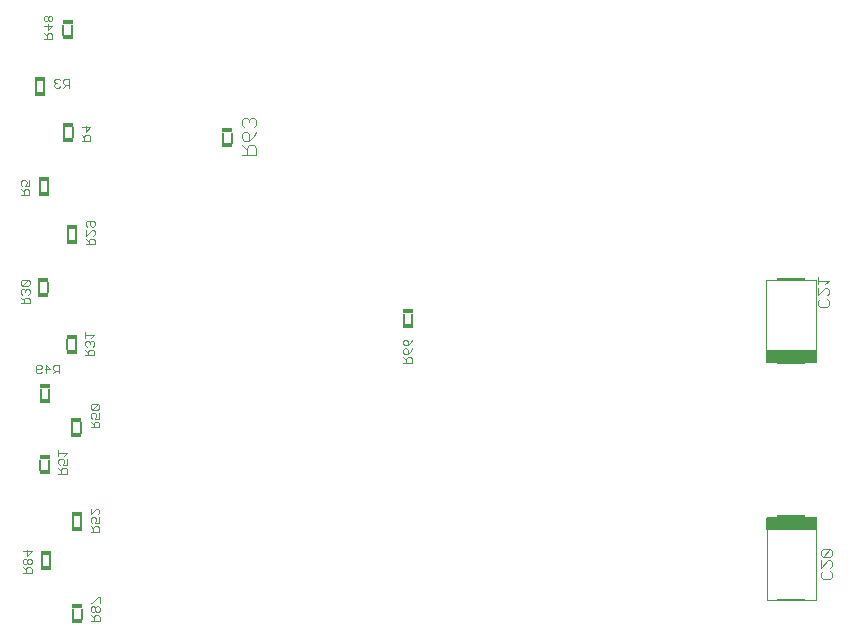
<source format=gbo>
G75*
%MOIN*%
%OFA0B0*%
%FSLAX25Y25*%
%IPPOS*%
%LPD*%
%AMOC8*
5,1,8,0,0,1.08239X$1,22.5*
%
%ADD10C,0.00600*%
%ADD11R,0.03400X0.01600*%
%ADD12C,0.00300*%
%ADD13C,0.00400*%
%ADD14R,0.09449X0.00787*%
%ADD15R,0.16535X0.04331*%
D10*
X0267798Y0132099D02*
X0267798Y0135501D01*
X0270602Y0135501D02*
X0270602Y0132099D01*
X0278198Y0145099D02*
X0278198Y0148501D01*
X0281002Y0148501D02*
X0281002Y0145099D01*
X0270152Y0163849D02*
X0270152Y0167251D01*
X0267348Y0167251D02*
X0267348Y0163849D01*
X0277948Y0176299D02*
X0277948Y0179701D01*
X0280752Y0179701D02*
X0280752Y0176299D01*
X0270252Y0187599D02*
X0270252Y0191001D01*
X0267448Y0191001D02*
X0267448Y0187599D01*
X0276348Y0204099D02*
X0276348Y0207501D01*
X0279152Y0207501D02*
X0279152Y0204099D01*
X0269752Y0223099D02*
X0269752Y0226501D01*
X0266948Y0226501D02*
X0266948Y0223099D01*
X0276548Y0240699D02*
X0276548Y0244101D01*
X0279352Y0244101D02*
X0279352Y0240699D01*
X0269852Y0256799D02*
X0269852Y0260201D01*
X0267048Y0260201D02*
X0267048Y0256799D01*
X0275298Y0274699D02*
X0275298Y0278101D01*
X0278102Y0278101D02*
X0278102Y0274699D01*
X0268702Y0290149D02*
X0268702Y0293551D01*
X0265898Y0293551D02*
X0265898Y0290149D01*
X0274998Y0308949D02*
X0274998Y0312351D01*
X0277802Y0312351D02*
X0277802Y0308949D01*
X0328298Y0276301D02*
X0328298Y0272899D01*
X0331102Y0272899D02*
X0331102Y0276301D01*
X0388398Y0216001D02*
X0388398Y0212599D01*
X0391202Y0212599D02*
X0391202Y0216001D01*
X0281102Y0117601D02*
X0281102Y0114199D01*
X0278298Y0114199D02*
X0278298Y0117601D01*
D11*
X0279700Y0118400D03*
X0279700Y0113400D03*
X0269200Y0131300D03*
X0269200Y0136300D03*
X0279600Y0144300D03*
X0279600Y0149300D03*
X0268750Y0163050D03*
X0268750Y0168050D03*
X0279350Y0175500D03*
X0279350Y0180500D03*
X0268850Y0186800D03*
X0268850Y0191800D03*
X0277750Y0203300D03*
X0277750Y0208300D03*
X0268350Y0222300D03*
X0268350Y0227300D03*
X0277950Y0239900D03*
X0277950Y0244900D03*
X0268450Y0256000D03*
X0268450Y0261000D03*
X0276700Y0273900D03*
X0276700Y0278900D03*
X0267300Y0289350D03*
X0267300Y0294350D03*
X0276400Y0308150D03*
X0276400Y0313150D03*
X0329700Y0277100D03*
X0329700Y0272100D03*
X0389800Y0216800D03*
X0389800Y0211800D03*
D12*
X0264452Y0129450D02*
X0261550Y0129450D01*
X0262517Y0129450D02*
X0262517Y0130901D01*
X0263001Y0131385D01*
X0263969Y0131385D01*
X0264452Y0130901D01*
X0264452Y0129450D01*
X0262517Y0130417D02*
X0261550Y0131385D01*
X0262034Y0132397D02*
X0262517Y0132397D01*
X0263001Y0132880D01*
X0263001Y0133848D01*
X0262517Y0134331D01*
X0262034Y0134331D01*
X0261550Y0133848D01*
X0261550Y0132880D01*
X0262034Y0132397D01*
X0263001Y0132880D02*
X0263485Y0132397D01*
X0263969Y0132397D01*
X0264452Y0132880D01*
X0264452Y0133848D01*
X0263969Y0134331D01*
X0263485Y0134331D01*
X0263001Y0133848D01*
X0263001Y0135343D02*
X0263001Y0137278D01*
X0261550Y0136794D02*
X0264452Y0136794D01*
X0263001Y0135343D01*
X0284050Y0143150D02*
X0286952Y0143150D01*
X0286952Y0144601D01*
X0286469Y0145085D01*
X0285501Y0145085D01*
X0285017Y0144601D01*
X0285017Y0143150D01*
X0285017Y0144117D02*
X0284050Y0145085D01*
X0284534Y0146097D02*
X0284050Y0146580D01*
X0284050Y0147548D01*
X0284534Y0148031D01*
X0285501Y0148031D01*
X0285985Y0147548D01*
X0285985Y0147064D01*
X0285501Y0146097D01*
X0286952Y0146097D01*
X0286952Y0148031D01*
X0286469Y0149043D02*
X0286952Y0149527D01*
X0286952Y0150494D01*
X0286469Y0150978D01*
X0285985Y0150978D01*
X0284050Y0149043D01*
X0284050Y0150978D01*
X0276252Y0162650D02*
X0273350Y0162650D01*
X0274317Y0162650D02*
X0274317Y0164101D01*
X0274801Y0164585D01*
X0275769Y0164585D01*
X0276252Y0164101D01*
X0276252Y0162650D01*
X0274317Y0163617D02*
X0273350Y0164585D01*
X0273834Y0165597D02*
X0273350Y0166080D01*
X0273350Y0167048D01*
X0273834Y0167531D01*
X0274801Y0167531D01*
X0275285Y0167048D01*
X0275285Y0166564D01*
X0274801Y0165597D01*
X0276252Y0165597D01*
X0276252Y0167531D01*
X0275285Y0168543D02*
X0276252Y0169511D01*
X0273350Y0169511D01*
X0273350Y0170478D02*
X0273350Y0168543D01*
X0284100Y0178050D02*
X0287002Y0178050D01*
X0287002Y0179501D01*
X0286519Y0179985D01*
X0285551Y0179985D01*
X0285067Y0179501D01*
X0285067Y0178050D01*
X0285067Y0179017D02*
X0284100Y0179985D01*
X0284584Y0180997D02*
X0284100Y0181480D01*
X0284100Y0182448D01*
X0284584Y0182931D01*
X0285551Y0182931D01*
X0286035Y0182448D01*
X0286035Y0181964D01*
X0285551Y0180997D01*
X0287002Y0180997D01*
X0287002Y0182931D01*
X0286519Y0183943D02*
X0287002Y0184427D01*
X0287002Y0185394D01*
X0286519Y0185878D01*
X0284584Y0183943D01*
X0284100Y0184427D01*
X0284100Y0185394D01*
X0284584Y0185878D01*
X0286519Y0185878D01*
X0286519Y0183943D02*
X0284584Y0183943D01*
X0273640Y0196050D02*
X0273640Y0198952D01*
X0272188Y0198952D01*
X0271705Y0198469D01*
X0271705Y0197501D01*
X0272188Y0197017D01*
X0273640Y0197017D01*
X0272672Y0197017D02*
X0271705Y0196050D01*
X0270693Y0197501D02*
X0268758Y0197501D01*
X0267747Y0197985D02*
X0267263Y0197501D01*
X0265812Y0197501D01*
X0265812Y0196534D02*
X0265812Y0198469D01*
X0266295Y0198952D01*
X0267263Y0198952D01*
X0267747Y0198469D01*
X0267747Y0197985D01*
X0267747Y0196534D02*
X0267263Y0196050D01*
X0266295Y0196050D01*
X0265812Y0196534D01*
X0269242Y0196050D02*
X0269242Y0198952D01*
X0270693Y0197501D01*
X0282300Y0202050D02*
X0285202Y0202050D01*
X0285202Y0203501D01*
X0284719Y0203985D01*
X0283751Y0203985D01*
X0283267Y0203501D01*
X0283267Y0202050D01*
X0283267Y0203017D02*
X0282300Y0203985D01*
X0282784Y0204997D02*
X0282300Y0205480D01*
X0282300Y0206448D01*
X0282784Y0206931D01*
X0283267Y0206931D01*
X0283751Y0206448D01*
X0283751Y0205964D01*
X0283751Y0206448D02*
X0284235Y0206931D01*
X0284719Y0206931D01*
X0285202Y0206448D01*
X0285202Y0205480D01*
X0284719Y0204997D01*
X0284235Y0207943D02*
X0285202Y0208911D01*
X0282300Y0208911D01*
X0282300Y0209878D02*
X0282300Y0207943D01*
X0263752Y0219410D02*
X0263752Y0220862D01*
X0263269Y0221345D01*
X0262301Y0221345D01*
X0261817Y0220862D01*
X0261817Y0219410D01*
X0260850Y0219410D02*
X0263752Y0219410D01*
X0261817Y0220378D02*
X0260850Y0221345D01*
X0261334Y0222357D02*
X0260850Y0222841D01*
X0260850Y0223808D01*
X0261334Y0224292D01*
X0261817Y0224292D01*
X0262301Y0223808D01*
X0262301Y0223324D01*
X0262301Y0223808D02*
X0262785Y0224292D01*
X0263269Y0224292D01*
X0263752Y0223808D01*
X0263752Y0222841D01*
X0263269Y0222357D01*
X0263269Y0225303D02*
X0263752Y0225787D01*
X0263752Y0226755D01*
X0263269Y0227238D01*
X0261334Y0225303D01*
X0260850Y0225787D01*
X0260850Y0226755D01*
X0261334Y0227238D01*
X0263269Y0227238D01*
X0263269Y0225303D02*
X0261334Y0225303D01*
X0282500Y0239050D02*
X0285402Y0239050D01*
X0285402Y0240501D01*
X0284919Y0240985D01*
X0283951Y0240985D01*
X0283467Y0240501D01*
X0283467Y0239050D01*
X0283467Y0240017D02*
X0282500Y0240985D01*
X0282500Y0241997D02*
X0284435Y0243931D01*
X0284919Y0243931D01*
X0285402Y0243448D01*
X0285402Y0242480D01*
X0284919Y0241997D01*
X0282500Y0241997D02*
X0282500Y0243931D01*
X0282984Y0244943D02*
X0282500Y0245427D01*
X0282500Y0246394D01*
X0282984Y0246878D01*
X0284919Y0246878D01*
X0285402Y0246394D01*
X0285402Y0245427D01*
X0284919Y0244943D01*
X0284435Y0244943D01*
X0283951Y0245427D01*
X0283951Y0246878D01*
X0263702Y0255507D02*
X0263702Y0256958D01*
X0263219Y0257442D01*
X0262251Y0257442D01*
X0261767Y0256958D01*
X0261767Y0255507D01*
X0260800Y0255507D02*
X0263702Y0255507D01*
X0261767Y0256474D02*
X0260800Y0257442D01*
X0261284Y0258453D02*
X0260800Y0258937D01*
X0260800Y0259905D01*
X0261284Y0260388D01*
X0262251Y0260388D01*
X0262735Y0259905D01*
X0262735Y0259421D01*
X0262251Y0258453D01*
X0263702Y0258453D01*
X0263702Y0260388D01*
X0281050Y0273650D02*
X0283952Y0273650D01*
X0283952Y0275101D01*
X0283469Y0275585D01*
X0282501Y0275585D01*
X0282017Y0275101D01*
X0282017Y0273650D01*
X0282017Y0274617D02*
X0281050Y0275585D01*
X0282501Y0276597D02*
X0282501Y0278531D01*
X0281050Y0278048D02*
X0283952Y0278048D01*
X0282501Y0276597D01*
X0276850Y0291300D02*
X0276850Y0294202D01*
X0275399Y0294202D01*
X0274915Y0293719D01*
X0274915Y0292751D01*
X0275399Y0292267D01*
X0276850Y0292267D01*
X0275883Y0292267D02*
X0274915Y0291300D01*
X0273903Y0291784D02*
X0273420Y0291300D01*
X0272452Y0291300D01*
X0271969Y0291784D01*
X0271969Y0292267D01*
X0272452Y0292751D01*
X0272936Y0292751D01*
X0272452Y0292751D02*
X0271969Y0293235D01*
X0271969Y0293719D01*
X0272452Y0294202D01*
X0273420Y0294202D01*
X0273903Y0293719D01*
X0271352Y0307500D02*
X0268450Y0307500D01*
X0269417Y0307500D02*
X0269417Y0308951D01*
X0269901Y0309435D01*
X0270869Y0309435D01*
X0271352Y0308951D01*
X0271352Y0307500D01*
X0269417Y0308467D02*
X0268450Y0309435D01*
X0269901Y0310447D02*
X0269901Y0312381D01*
X0269417Y0313393D02*
X0269901Y0313877D01*
X0269901Y0314844D01*
X0269417Y0315328D01*
X0268934Y0315328D01*
X0268450Y0314844D01*
X0268450Y0313877D01*
X0268934Y0313393D01*
X0269417Y0313393D01*
X0269901Y0313877D02*
X0270385Y0313393D01*
X0270869Y0313393D01*
X0271352Y0313877D01*
X0271352Y0314844D01*
X0270869Y0315328D01*
X0270385Y0315328D01*
X0269901Y0314844D01*
X0268450Y0311898D02*
X0271352Y0311898D01*
X0269901Y0310447D01*
X0388350Y0206855D02*
X0388834Y0207338D01*
X0389317Y0207338D01*
X0389801Y0206855D01*
X0389801Y0205403D01*
X0388834Y0205403D01*
X0388350Y0205887D01*
X0388350Y0206855D01*
X0389801Y0205403D02*
X0390769Y0206371D01*
X0391252Y0207338D01*
X0391252Y0204392D02*
X0390769Y0203424D01*
X0389801Y0202457D01*
X0389801Y0203908D01*
X0389317Y0204392D01*
X0388834Y0204392D01*
X0388350Y0203908D01*
X0388350Y0202941D01*
X0388834Y0202457D01*
X0389801Y0202457D01*
X0389801Y0201445D02*
X0389317Y0200962D01*
X0389317Y0199510D01*
X0388350Y0199510D02*
X0391252Y0199510D01*
X0391252Y0200962D01*
X0390769Y0201445D01*
X0389801Y0201445D01*
X0389317Y0200478D02*
X0388350Y0201445D01*
X0287102Y0121378D02*
X0286619Y0121378D01*
X0284684Y0119443D01*
X0284200Y0119443D01*
X0284684Y0118431D02*
X0284200Y0117948D01*
X0284200Y0116980D01*
X0284684Y0116497D01*
X0285167Y0116497D01*
X0285651Y0116980D01*
X0285651Y0117948D01*
X0285167Y0118431D01*
X0284684Y0118431D01*
X0285651Y0117948D02*
X0286135Y0118431D01*
X0286619Y0118431D01*
X0287102Y0117948D01*
X0287102Y0116980D01*
X0286619Y0116497D01*
X0286135Y0116497D01*
X0285651Y0116980D01*
X0285651Y0115485D02*
X0285167Y0115001D01*
X0285167Y0113550D01*
X0284200Y0113550D02*
X0287102Y0113550D01*
X0287102Y0115001D01*
X0286619Y0115485D01*
X0285651Y0115485D01*
X0285167Y0114517D02*
X0284200Y0115485D01*
X0287102Y0119443D02*
X0287102Y0121378D01*
X0527550Y0128218D02*
X0527550Y0129452D01*
X0528167Y0130069D01*
X0527550Y0131284D02*
X0527550Y0133752D01*
X0528167Y0134967D02*
X0527550Y0135584D01*
X0527550Y0136818D01*
X0528167Y0137436D01*
X0530636Y0137436D01*
X0528167Y0134967D01*
X0530636Y0134967D01*
X0531253Y0135584D01*
X0531253Y0136818D01*
X0530636Y0137436D01*
X0530636Y0133752D02*
X0531253Y0133135D01*
X0531253Y0131901D01*
X0530636Y0131284D01*
X0530636Y0130069D02*
X0531253Y0129452D01*
X0531253Y0128218D01*
X0530636Y0127601D01*
X0528167Y0127601D01*
X0527550Y0128218D01*
X0527550Y0131284D02*
X0530019Y0133752D01*
X0530636Y0133752D01*
X0529636Y0218350D02*
X0527167Y0218350D01*
X0526550Y0218967D01*
X0526550Y0220202D01*
X0527167Y0220819D01*
X0526550Y0222033D02*
X0529019Y0224502D01*
X0529636Y0224502D01*
X0530253Y0223885D01*
X0530253Y0222650D01*
X0529636Y0222033D01*
X0529636Y0220819D02*
X0530253Y0220202D01*
X0530253Y0218967D01*
X0529636Y0218350D01*
X0526550Y0222033D02*
X0526550Y0224502D01*
X0526550Y0225716D02*
X0526550Y0228185D01*
X0526550Y0226951D02*
X0530253Y0226951D01*
X0529019Y0225716D01*
D13*
X0525768Y0227280D02*
X0509232Y0227280D01*
X0509232Y0199720D01*
X0525768Y0199720D01*
X0525768Y0227280D01*
X0525968Y0148180D02*
X0509432Y0148180D01*
X0509432Y0120620D01*
X0525968Y0120620D01*
X0525968Y0148180D01*
X0339204Y0269000D02*
X0334600Y0269000D01*
X0336135Y0269000D02*
X0336135Y0271302D01*
X0336902Y0272069D01*
X0338437Y0272069D01*
X0339204Y0271302D01*
X0339204Y0269000D01*
X0336135Y0270535D02*
X0334600Y0272069D01*
X0335367Y0273604D02*
X0334600Y0274371D01*
X0334600Y0275906D01*
X0335367Y0276673D01*
X0336135Y0276673D01*
X0336902Y0275906D01*
X0336902Y0273604D01*
X0335367Y0273604D01*
X0336902Y0273604D02*
X0338437Y0275139D01*
X0339204Y0276673D01*
X0338437Y0278208D02*
X0339204Y0278975D01*
X0339204Y0280510D01*
X0338437Y0281277D01*
X0337669Y0281277D01*
X0336902Y0280510D01*
X0336135Y0281277D01*
X0335367Y0281277D01*
X0334600Y0280510D01*
X0334600Y0278975D01*
X0335367Y0278208D01*
X0336902Y0279742D02*
X0336902Y0280510D01*
D14*
X0517500Y0227476D03*
X0517500Y0199524D03*
X0517700Y0148376D03*
X0517700Y0120424D03*
D15*
X0517700Y0146014D03*
X0517500Y0201886D03*
M02*

</source>
